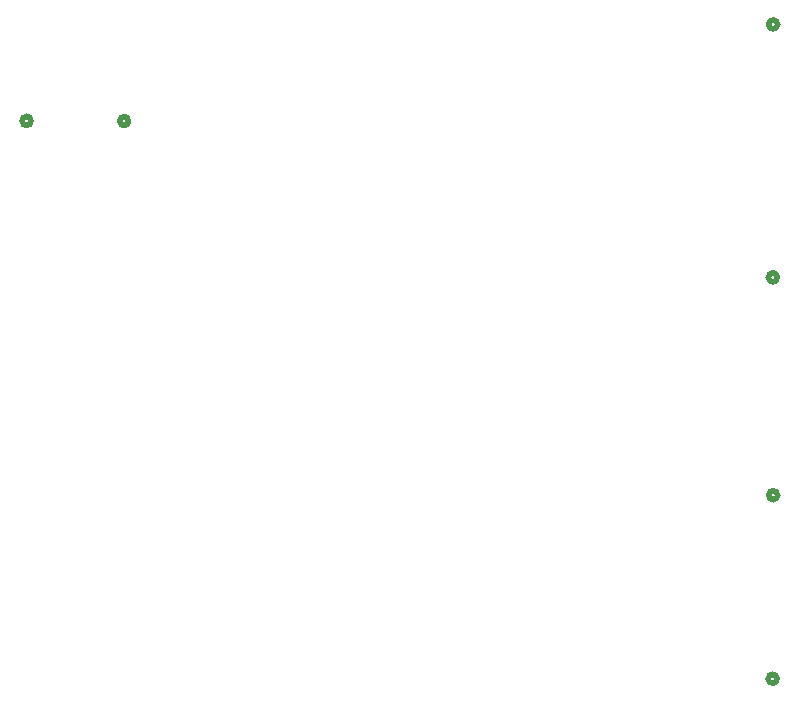
<source format=gbr>
%TF.GenerationSoftware,KiCad,Pcbnew,9.0.6*%
%TF.CreationDate,2026-02-16T15:04:55+01:00*%
%TF.ProjectId,WaterSensor,57617465-7253-4656-9e73-6f722e6b6963,rev?*%
%TF.SameCoordinates,Original*%
%TF.FileFunction,Legend,Bot*%
%TF.FilePolarity,Positive*%
%FSLAX46Y46*%
G04 Gerber Fmt 4.6, Leading zero omitted, Abs format (unit mm)*
G04 Created by KiCad (PCBNEW 9.0.6) date 2026-02-16 15:04:55*
%MOMM*%
%LPD*%
G01*
G04 APERTURE LIST*
%ADD10C,0.508000*%
%ADD11C,0.900000*%
%ADD12C,2.362200*%
%ADD13C,1.320800*%
%ADD14C,1.574800*%
%ADD15C,2.200000*%
G04 APERTURE END LIST*
D10*
%TO.C,J2*%
X112969400Y-86210251D02*
G75*
G02*
X112207400Y-86210251I-381000J0D01*
G01*
X112207400Y-86210251D02*
G75*
G02*
X112969400Y-86210251I381000J0D01*
G01*
%TO.C,J7*%
X167881000Y-133423599D02*
G75*
G02*
X167119000Y-133423599I-381000J0D01*
G01*
X167119000Y-133423599D02*
G75*
G02*
X167881000Y-133423599I381000J0D01*
G01*
%TO.C,J5*%
X167896999Y-99440599D02*
G75*
G02*
X167134999Y-99440599I-381000J0D01*
G01*
X167134999Y-99440599D02*
G75*
G02*
X167896999Y-99440599I381000J0D01*
G01*
%TO.C,J4*%
X167920999Y-78023601D02*
G75*
G02*
X167158999Y-78023601I-381000J0D01*
G01*
X167158999Y-78023601D02*
G75*
G02*
X167920999Y-78023601I381000J0D01*
G01*
%TO.C,J8*%
X167920799Y-117884000D02*
G75*
G02*
X167158799Y-117884000I-381000J0D01*
G01*
X167158799Y-117884000D02*
G75*
G02*
X167920799Y-117884000I381000J0D01*
G01*
%TO.C,J3*%
X104709000Y-86189750D02*
G75*
G02*
X103947000Y-86189750I-381000J0D01*
G01*
X103947000Y-86189750D02*
G75*
G02*
X104709000Y-86189750I381000J0D01*
G01*
%TD*%
%LPC*%
D11*
%TO.C,J6*%
X109925000Y-125500000D03*
X109925000Y-129900000D03*
%TD*%
D12*
%TO.C,J2*%
X116700000Y-86210251D03*
X116700000Y-91710250D03*
%TD*%
D13*
%TO.C,J7*%
X169460001Y-147099997D03*
X169460001Y-135100001D03*
D14*
X167500000Y-138100000D03*
X167500000Y-141099999D03*
X167500000Y-144099998D03*
%TD*%
D13*
%TO.C,J5*%
X169476000Y-116117000D03*
X169476000Y-101116999D03*
D14*
X167515999Y-104117001D03*
X167515999Y-107117000D03*
X167515999Y-110116999D03*
X167515999Y-113116998D03*
%TD*%
D13*
%TO.C,J4*%
X169500000Y-97700000D03*
X169500000Y-79700000D03*
D14*
X167539999Y-82700002D03*
X167539999Y-85700001D03*
X167539999Y-88700000D03*
X167539999Y-91699999D03*
X167539999Y-94699998D03*
%TD*%
D15*
%TO.C,H1*%
X155200000Y-82300000D03*
%TD*%
D13*
%TO.C,J8*%
X169499800Y-131560398D03*
X169499800Y-119560402D03*
D14*
X167539799Y-122560401D03*
X167539799Y-125560400D03*
X167539799Y-128560399D03*
%TD*%
D15*
%TO.C,H2*%
X115000000Y-140100000D03*
%TD*%
D12*
%TO.C,J3*%
X108439600Y-86189750D03*
X108439600Y-91689749D03*
%TD*%
%LPD*%
M02*

</source>
